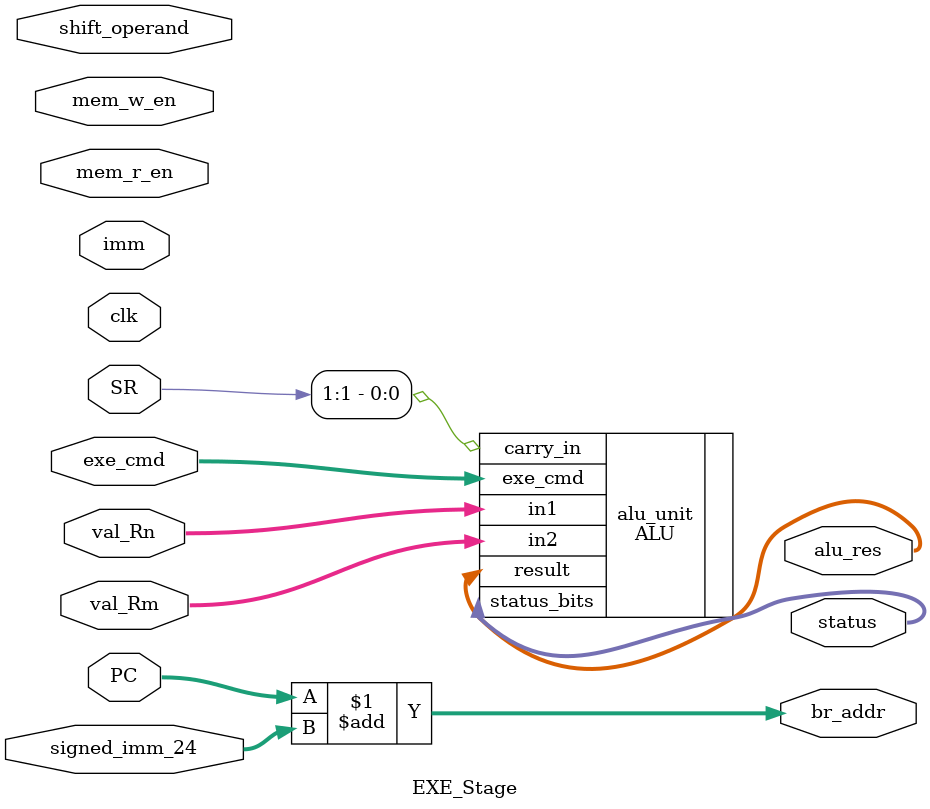
<source format=v>
module EXE_Stage (
    clk,
    exe_cmd, mem_r_en, mem_w_en,
    PC, val_Rn, val_Rm, imm, shift_operand,
    signed_imm_24, SR, alu_res, br_addr,
    status
);
    input clk;
    input [3:0] exe_cmd;
    input mem_r_en, mem_w_en;
    input [31:0] PC, val_Rn, val_Rm;
    input imm;
    input [11:0] shift_operand;
    input [23:0] signed_imm_24;
    input [3:0] SR;
    output [31:0] alu_res, br_addr;
    output [3:0] status;

    ALU alu_unit(
    .in1(val_Rn),
    .in2(val_Rm),   ///should change!!!!
    .carry_in(SR[1]),
    .exe_cmd(exe_cmd),
    .status_bits(status),
    .result(alu_res)
    );

    assign br_addr = PC + signed_imm_24; 

endmodule
</source>
